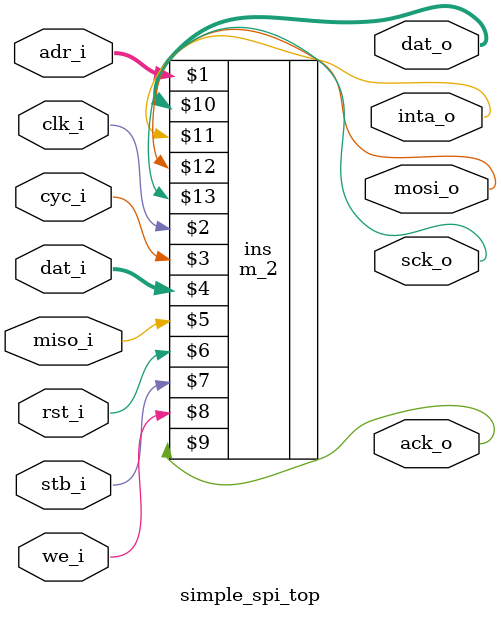
<source format=v>
module simple_spi_top( adr_i, clk_i, cyc_i, dat_i, miso_i, rst_i, stb_i, we_i, ack_o, dat_o, inta_o, mosi_o, sck_o);
input [1:0] adr_i;
input clk_i;
input cyc_i;
input [7:0] dat_i;
input miso_i;
input rst_i;
input stb_i;
input we_i;
output ack_o;
output [7:0] dat_o;
output inta_o;
output mosi_o;
output sck_o;
m_2 ins( adr_i, clk_i, cyc_i, dat_i, miso_i, rst_i, stb_i, we_i, ack_o, dat_o, inta_o, mosi_o, sck_o);
endmodule
</source>
